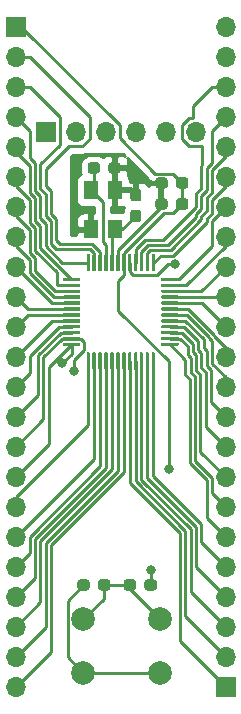
<source format=gbr>
%TF.GenerationSoftware,KiCad,Pcbnew,5.1.6-c6e7f7d~87~ubuntu18.04.1*%
%TF.CreationDate,2020-09-17T09:17:57+10:00*%
%TF.ProjectId,MSPY-FR2355,4d535059-2d46-4523-9233-35352e6b6963,rev?*%
%TF.SameCoordinates,Original*%
%TF.FileFunction,Copper,L1,Top*%
%TF.FilePolarity,Positive*%
%FSLAX46Y46*%
G04 Gerber Fmt 4.6, Leading zero omitted, Abs format (unit mm)*
G04 Created by KiCad (PCBNEW 5.1.6-c6e7f7d~87~ubuntu18.04.1) date 2020-09-17 09:17:57*
%MOMM*%
%LPD*%
G01*
G04 APERTURE LIST*
%TA.AperFunction,ComponentPad*%
%ADD10O,1.700000X1.700000*%
%TD*%
%TA.AperFunction,ComponentPad*%
%ADD11R,1.700000X1.700000*%
%TD*%
%TA.AperFunction,ComponentPad*%
%ADD12C,2.000000*%
%TD*%
%TA.AperFunction,SMDPad,CuDef*%
%ADD13R,1.300000X1.600000*%
%TD*%
%TA.AperFunction,ViaPad*%
%ADD14C,0.800000*%
%TD*%
%TA.AperFunction,Conductor*%
%ADD15C,0.250000*%
%TD*%
%TA.AperFunction,Conductor*%
%ADD16C,0.500000*%
%TD*%
%TA.AperFunction,Conductor*%
%ADD17C,0.254000*%
%TD*%
G04 APERTURE END LIST*
D10*
%TO.P,J2,23*%
%TO.N,GND*%
X149352000Y-69596000D03*
%TO.P,J2,22*%
%TO.N,~RST~*%
X149352000Y-72136000D03*
%TO.P,J2,21*%
%TO.N,P4*%
X149352000Y-74676000D03*
%TO.P,J2,20*%
%TO.N,P3*%
X149352000Y-77216000D03*
%TO.P,J2,19*%
%TO.N,P2*%
X149352000Y-79756000D03*
%TO.P,J2,18*%
%TO.N,P1*%
X149352000Y-82296000D03*
%TO.P,J2,17*%
%TO.N,P48*%
X149352000Y-84836000D03*
%TO.P,J2,16*%
%TO.N,P47*%
X149352000Y-87376000D03*
%TO.P,J2,15*%
%TO.N,P46*%
X149352000Y-89916000D03*
%TO.P,J2,14*%
%TO.N,P45*%
X149352000Y-92456000D03*
%TO.P,J2,13*%
%TO.N,P44*%
X149352000Y-94996000D03*
%TO.P,J2,12*%
%TO.N,P43*%
X149352000Y-97536000D03*
%TO.P,J2,11*%
%TO.N,P42*%
X149352000Y-100076000D03*
%TO.P,J2,10*%
%TO.N,P41*%
X149352000Y-102616000D03*
%TO.P,J2,9*%
%TO.N,P40*%
X149352000Y-105156000D03*
%TO.P,J2,8*%
%TO.N,P39*%
X149352000Y-107696000D03*
%TO.P,J2,7*%
%TO.N,P38*%
X149352000Y-110236000D03*
%TO.P,J2,6*%
%TO.N,P37*%
X149352000Y-112776000D03*
%TO.P,J2,5*%
%TO.N,P36*%
X149352000Y-115316000D03*
%TO.P,J2,4*%
%TO.N,P35*%
X149352000Y-117856000D03*
%TO.P,J2,3*%
%TO.N,P34*%
X149352000Y-120396000D03*
%TO.P,J2,2*%
%TO.N,P33*%
X149352000Y-122936000D03*
D11*
%TO.P,J2,1*%
%TO.N,P32*%
X149352000Y-125476000D03*
%TD*%
D10*
%TO.P,J1,23*%
%TO.N,P31*%
X131572000Y-125476000D03*
%TO.P,J1,22*%
%TO.N,P30*%
X131572000Y-122936000D03*
%TO.P,J1,21*%
%TO.N,P29*%
X131572000Y-120396000D03*
%TO.P,J1,20*%
%TO.N,P28*%
X131572000Y-117856000D03*
%TO.P,J1,19*%
%TO.N,P27*%
X131572000Y-115316000D03*
%TO.P,J1,18*%
%TO.N,P26*%
X131572000Y-112776000D03*
%TO.P,J1,17*%
%TO.N,P25*%
X131572000Y-110236000D03*
%TO.P,J1,16*%
%TO.N,P24*%
X131572000Y-107696000D03*
%TO.P,J1,15*%
%TO.N,P23*%
X131572000Y-105156000D03*
%TO.P,J1,14*%
%TO.N,P22*%
X131572000Y-102616000D03*
%TO.P,J1,13*%
%TO.N,P21*%
X131572000Y-100076000D03*
%TO.P,J1,12*%
%TO.N,P20*%
X131572000Y-97536000D03*
%TO.P,J1,11*%
%TO.N,P19*%
X131572000Y-94996000D03*
%TO.P,J1,10*%
%TO.N,P18*%
X131572000Y-92456000D03*
%TO.P,J1,9*%
%TO.N,P17*%
X131572000Y-89916000D03*
%TO.P,J1,8*%
%TO.N,P16*%
X131572000Y-87376000D03*
%TO.P,J1,7*%
%TO.N,P15*%
X131572000Y-84836000D03*
%TO.P,J1,6*%
%TO.N,P14*%
X131572000Y-82296000D03*
%TO.P,J1,5*%
%TO.N,P13*%
X131572000Y-79756000D03*
%TO.P,J1,4*%
%TO.N,P12*%
X131572000Y-77216000D03*
%TO.P,J1,3*%
%TO.N,P11*%
X131572000Y-74676000D03*
%TO.P,J1,2*%
%TO.N,P10*%
X131572000Y-72136000D03*
D11*
%TO.P,J1,1*%
%TO.N,+3V3*%
X131572000Y-69596000D03*
%TD*%
D12*
%TO.P,SW1,1*%
%TO.N,~RST~*%
X143787000Y-119761000D03*
%TO.P,SW1,2*%
%TO.N,GND*%
X143787000Y-124261000D03*
%TO.P,SW1,1*%
%TO.N,~RST~*%
X137287000Y-119761000D03*
%TO.P,SW1,2*%
%TO.N,GND*%
X137287000Y-124261000D03*
%TD*%
D13*
%TO.P,Y1,4*%
%TO.N,GND*%
X139938000Y-83440000D03*
%TO.P,Y1,3*%
%TO.N,XIN*%
X139938000Y-86740000D03*
%TO.P,Y1,2*%
%TO.N,GND*%
X137938000Y-86740000D03*
%TO.P,Y1,1*%
%TO.N,XOUT*%
X137938000Y-83440000D03*
%TD*%
%TO.P,U1,48*%
%TO.N,P48*%
%TA.AperFunction,SMDPad,CuDef*%
G36*
G01*
X143962000Y-90826000D02*
X145287000Y-90826000D01*
G75*
G02*
X145362000Y-90901000I0J-75000D01*
G01*
X145362000Y-91051000D01*
G75*
G02*
X145287000Y-91126000I-75000J0D01*
G01*
X143962000Y-91126000D01*
G75*
G02*
X143887000Y-91051000I0J75000D01*
G01*
X143887000Y-90901000D01*
G75*
G02*
X143962000Y-90826000I75000J0D01*
G01*
G37*
%TD.AperFunction*%
%TO.P,U1,47*%
%TO.N,P47*%
%TA.AperFunction,SMDPad,CuDef*%
G36*
G01*
X143962000Y-91326000D02*
X145287000Y-91326000D01*
G75*
G02*
X145362000Y-91401000I0J-75000D01*
G01*
X145362000Y-91551000D01*
G75*
G02*
X145287000Y-91626000I-75000J0D01*
G01*
X143962000Y-91626000D01*
G75*
G02*
X143887000Y-91551000I0J75000D01*
G01*
X143887000Y-91401000D01*
G75*
G02*
X143962000Y-91326000I75000J0D01*
G01*
G37*
%TD.AperFunction*%
%TO.P,U1,46*%
%TO.N,P46*%
%TA.AperFunction,SMDPad,CuDef*%
G36*
G01*
X143962000Y-91826000D02*
X145287000Y-91826000D01*
G75*
G02*
X145362000Y-91901000I0J-75000D01*
G01*
X145362000Y-92051000D01*
G75*
G02*
X145287000Y-92126000I-75000J0D01*
G01*
X143962000Y-92126000D01*
G75*
G02*
X143887000Y-92051000I0J75000D01*
G01*
X143887000Y-91901000D01*
G75*
G02*
X143962000Y-91826000I75000J0D01*
G01*
G37*
%TD.AperFunction*%
%TO.P,U1,45*%
%TO.N,P45*%
%TA.AperFunction,SMDPad,CuDef*%
G36*
G01*
X143962000Y-92326000D02*
X145287000Y-92326000D01*
G75*
G02*
X145362000Y-92401000I0J-75000D01*
G01*
X145362000Y-92551000D01*
G75*
G02*
X145287000Y-92626000I-75000J0D01*
G01*
X143962000Y-92626000D01*
G75*
G02*
X143887000Y-92551000I0J75000D01*
G01*
X143887000Y-92401000D01*
G75*
G02*
X143962000Y-92326000I75000J0D01*
G01*
G37*
%TD.AperFunction*%
%TO.P,U1,44*%
%TO.N,P44*%
%TA.AperFunction,SMDPad,CuDef*%
G36*
G01*
X143962000Y-92826000D02*
X145287000Y-92826000D01*
G75*
G02*
X145362000Y-92901000I0J-75000D01*
G01*
X145362000Y-93051000D01*
G75*
G02*
X145287000Y-93126000I-75000J0D01*
G01*
X143962000Y-93126000D01*
G75*
G02*
X143887000Y-93051000I0J75000D01*
G01*
X143887000Y-92901000D01*
G75*
G02*
X143962000Y-92826000I75000J0D01*
G01*
G37*
%TD.AperFunction*%
%TO.P,U1,43*%
%TO.N,P43*%
%TA.AperFunction,SMDPad,CuDef*%
G36*
G01*
X143962000Y-93326000D02*
X145287000Y-93326000D01*
G75*
G02*
X145362000Y-93401000I0J-75000D01*
G01*
X145362000Y-93551000D01*
G75*
G02*
X145287000Y-93626000I-75000J0D01*
G01*
X143962000Y-93626000D01*
G75*
G02*
X143887000Y-93551000I0J75000D01*
G01*
X143887000Y-93401000D01*
G75*
G02*
X143962000Y-93326000I75000J0D01*
G01*
G37*
%TD.AperFunction*%
%TO.P,U1,42*%
%TO.N,P42*%
%TA.AperFunction,SMDPad,CuDef*%
G36*
G01*
X143962000Y-93826000D02*
X145287000Y-93826000D01*
G75*
G02*
X145362000Y-93901000I0J-75000D01*
G01*
X145362000Y-94051000D01*
G75*
G02*
X145287000Y-94126000I-75000J0D01*
G01*
X143962000Y-94126000D01*
G75*
G02*
X143887000Y-94051000I0J75000D01*
G01*
X143887000Y-93901000D01*
G75*
G02*
X143962000Y-93826000I75000J0D01*
G01*
G37*
%TD.AperFunction*%
%TO.P,U1,41*%
%TO.N,P41*%
%TA.AperFunction,SMDPad,CuDef*%
G36*
G01*
X143962000Y-94326000D02*
X145287000Y-94326000D01*
G75*
G02*
X145362000Y-94401000I0J-75000D01*
G01*
X145362000Y-94551000D01*
G75*
G02*
X145287000Y-94626000I-75000J0D01*
G01*
X143962000Y-94626000D01*
G75*
G02*
X143887000Y-94551000I0J75000D01*
G01*
X143887000Y-94401000D01*
G75*
G02*
X143962000Y-94326000I75000J0D01*
G01*
G37*
%TD.AperFunction*%
%TO.P,U1,40*%
%TO.N,P40*%
%TA.AperFunction,SMDPad,CuDef*%
G36*
G01*
X143962000Y-94826000D02*
X145287000Y-94826000D01*
G75*
G02*
X145362000Y-94901000I0J-75000D01*
G01*
X145362000Y-95051000D01*
G75*
G02*
X145287000Y-95126000I-75000J0D01*
G01*
X143962000Y-95126000D01*
G75*
G02*
X143887000Y-95051000I0J75000D01*
G01*
X143887000Y-94901000D01*
G75*
G02*
X143962000Y-94826000I75000J0D01*
G01*
G37*
%TD.AperFunction*%
%TO.P,U1,39*%
%TO.N,P39*%
%TA.AperFunction,SMDPad,CuDef*%
G36*
G01*
X143962000Y-95326000D02*
X145287000Y-95326000D01*
G75*
G02*
X145362000Y-95401000I0J-75000D01*
G01*
X145362000Y-95551000D01*
G75*
G02*
X145287000Y-95626000I-75000J0D01*
G01*
X143962000Y-95626000D01*
G75*
G02*
X143887000Y-95551000I0J75000D01*
G01*
X143887000Y-95401000D01*
G75*
G02*
X143962000Y-95326000I75000J0D01*
G01*
G37*
%TD.AperFunction*%
%TO.P,U1,38*%
%TO.N,P38*%
%TA.AperFunction,SMDPad,CuDef*%
G36*
G01*
X143962000Y-95826000D02*
X145287000Y-95826000D01*
G75*
G02*
X145362000Y-95901000I0J-75000D01*
G01*
X145362000Y-96051000D01*
G75*
G02*
X145287000Y-96126000I-75000J0D01*
G01*
X143962000Y-96126000D01*
G75*
G02*
X143887000Y-96051000I0J75000D01*
G01*
X143887000Y-95901000D01*
G75*
G02*
X143962000Y-95826000I75000J0D01*
G01*
G37*
%TD.AperFunction*%
%TO.P,U1,37*%
%TO.N,P37*%
%TA.AperFunction,SMDPad,CuDef*%
G36*
G01*
X143962000Y-96326000D02*
X145287000Y-96326000D01*
G75*
G02*
X145362000Y-96401000I0J-75000D01*
G01*
X145362000Y-96551000D01*
G75*
G02*
X145287000Y-96626000I-75000J0D01*
G01*
X143962000Y-96626000D01*
G75*
G02*
X143887000Y-96551000I0J75000D01*
G01*
X143887000Y-96401000D01*
G75*
G02*
X143962000Y-96326000I75000J0D01*
G01*
G37*
%TD.AperFunction*%
%TO.P,U1,36*%
%TO.N,P36*%
%TA.AperFunction,SMDPad,CuDef*%
G36*
G01*
X143137000Y-97151000D02*
X143287000Y-97151000D01*
G75*
G02*
X143362000Y-97226000I0J-75000D01*
G01*
X143362000Y-98551000D01*
G75*
G02*
X143287000Y-98626000I-75000J0D01*
G01*
X143137000Y-98626000D01*
G75*
G02*
X143062000Y-98551000I0J75000D01*
G01*
X143062000Y-97226000D01*
G75*
G02*
X143137000Y-97151000I75000J0D01*
G01*
G37*
%TD.AperFunction*%
%TO.P,U1,35*%
%TO.N,P35*%
%TA.AperFunction,SMDPad,CuDef*%
G36*
G01*
X142637000Y-97151000D02*
X142787000Y-97151000D01*
G75*
G02*
X142862000Y-97226000I0J-75000D01*
G01*
X142862000Y-98551000D01*
G75*
G02*
X142787000Y-98626000I-75000J0D01*
G01*
X142637000Y-98626000D01*
G75*
G02*
X142562000Y-98551000I0J75000D01*
G01*
X142562000Y-97226000D01*
G75*
G02*
X142637000Y-97151000I75000J0D01*
G01*
G37*
%TD.AperFunction*%
%TO.P,U1,34*%
%TO.N,P34*%
%TA.AperFunction,SMDPad,CuDef*%
G36*
G01*
X142137000Y-97151000D02*
X142287000Y-97151000D01*
G75*
G02*
X142362000Y-97226000I0J-75000D01*
G01*
X142362000Y-98551000D01*
G75*
G02*
X142287000Y-98626000I-75000J0D01*
G01*
X142137000Y-98626000D01*
G75*
G02*
X142062000Y-98551000I0J75000D01*
G01*
X142062000Y-97226000D01*
G75*
G02*
X142137000Y-97151000I75000J0D01*
G01*
G37*
%TD.AperFunction*%
%TO.P,U1,33*%
%TO.N,P33*%
%TA.AperFunction,SMDPad,CuDef*%
G36*
G01*
X141637000Y-97151000D02*
X141787000Y-97151000D01*
G75*
G02*
X141862000Y-97226000I0J-75000D01*
G01*
X141862000Y-98551000D01*
G75*
G02*
X141787000Y-98626000I-75000J0D01*
G01*
X141637000Y-98626000D01*
G75*
G02*
X141562000Y-98551000I0J75000D01*
G01*
X141562000Y-97226000D01*
G75*
G02*
X141637000Y-97151000I75000J0D01*
G01*
G37*
%TD.AperFunction*%
%TO.P,U1,32*%
%TO.N,P32*%
%TA.AperFunction,SMDPad,CuDef*%
G36*
G01*
X141137000Y-97151000D02*
X141287000Y-97151000D01*
G75*
G02*
X141362000Y-97226000I0J-75000D01*
G01*
X141362000Y-98551000D01*
G75*
G02*
X141287000Y-98626000I-75000J0D01*
G01*
X141137000Y-98626000D01*
G75*
G02*
X141062000Y-98551000I0J75000D01*
G01*
X141062000Y-97226000D01*
G75*
G02*
X141137000Y-97151000I75000J0D01*
G01*
G37*
%TD.AperFunction*%
%TO.P,U1,31*%
%TO.N,P31*%
%TA.AperFunction,SMDPad,CuDef*%
G36*
G01*
X140637000Y-97151000D02*
X140787000Y-97151000D01*
G75*
G02*
X140862000Y-97226000I0J-75000D01*
G01*
X140862000Y-98551000D01*
G75*
G02*
X140787000Y-98626000I-75000J0D01*
G01*
X140637000Y-98626000D01*
G75*
G02*
X140562000Y-98551000I0J75000D01*
G01*
X140562000Y-97226000D01*
G75*
G02*
X140637000Y-97151000I75000J0D01*
G01*
G37*
%TD.AperFunction*%
%TO.P,U1,30*%
%TO.N,P30*%
%TA.AperFunction,SMDPad,CuDef*%
G36*
G01*
X140137000Y-97151000D02*
X140287000Y-97151000D01*
G75*
G02*
X140362000Y-97226000I0J-75000D01*
G01*
X140362000Y-98551000D01*
G75*
G02*
X140287000Y-98626000I-75000J0D01*
G01*
X140137000Y-98626000D01*
G75*
G02*
X140062000Y-98551000I0J75000D01*
G01*
X140062000Y-97226000D01*
G75*
G02*
X140137000Y-97151000I75000J0D01*
G01*
G37*
%TD.AperFunction*%
%TO.P,U1,29*%
%TO.N,P29*%
%TA.AperFunction,SMDPad,CuDef*%
G36*
G01*
X139637000Y-97151000D02*
X139787000Y-97151000D01*
G75*
G02*
X139862000Y-97226000I0J-75000D01*
G01*
X139862000Y-98551000D01*
G75*
G02*
X139787000Y-98626000I-75000J0D01*
G01*
X139637000Y-98626000D01*
G75*
G02*
X139562000Y-98551000I0J75000D01*
G01*
X139562000Y-97226000D01*
G75*
G02*
X139637000Y-97151000I75000J0D01*
G01*
G37*
%TD.AperFunction*%
%TO.P,U1,28*%
%TO.N,P28*%
%TA.AperFunction,SMDPad,CuDef*%
G36*
G01*
X139137000Y-97151000D02*
X139287000Y-97151000D01*
G75*
G02*
X139362000Y-97226000I0J-75000D01*
G01*
X139362000Y-98551000D01*
G75*
G02*
X139287000Y-98626000I-75000J0D01*
G01*
X139137000Y-98626000D01*
G75*
G02*
X139062000Y-98551000I0J75000D01*
G01*
X139062000Y-97226000D01*
G75*
G02*
X139137000Y-97151000I75000J0D01*
G01*
G37*
%TD.AperFunction*%
%TO.P,U1,27*%
%TO.N,P27*%
%TA.AperFunction,SMDPad,CuDef*%
G36*
G01*
X138637000Y-97151000D02*
X138787000Y-97151000D01*
G75*
G02*
X138862000Y-97226000I0J-75000D01*
G01*
X138862000Y-98551000D01*
G75*
G02*
X138787000Y-98626000I-75000J0D01*
G01*
X138637000Y-98626000D01*
G75*
G02*
X138562000Y-98551000I0J75000D01*
G01*
X138562000Y-97226000D01*
G75*
G02*
X138637000Y-97151000I75000J0D01*
G01*
G37*
%TD.AperFunction*%
%TO.P,U1,26*%
%TO.N,P26*%
%TA.AperFunction,SMDPad,CuDef*%
G36*
G01*
X138137000Y-97151000D02*
X138287000Y-97151000D01*
G75*
G02*
X138362000Y-97226000I0J-75000D01*
G01*
X138362000Y-98551000D01*
G75*
G02*
X138287000Y-98626000I-75000J0D01*
G01*
X138137000Y-98626000D01*
G75*
G02*
X138062000Y-98551000I0J75000D01*
G01*
X138062000Y-97226000D01*
G75*
G02*
X138137000Y-97151000I75000J0D01*
G01*
G37*
%TD.AperFunction*%
%TO.P,U1,25*%
%TO.N,P25*%
%TA.AperFunction,SMDPad,CuDef*%
G36*
G01*
X137637000Y-97151000D02*
X137787000Y-97151000D01*
G75*
G02*
X137862000Y-97226000I0J-75000D01*
G01*
X137862000Y-98551000D01*
G75*
G02*
X137787000Y-98626000I-75000J0D01*
G01*
X137637000Y-98626000D01*
G75*
G02*
X137562000Y-98551000I0J75000D01*
G01*
X137562000Y-97226000D01*
G75*
G02*
X137637000Y-97151000I75000J0D01*
G01*
G37*
%TD.AperFunction*%
%TO.P,U1,24*%
%TO.N,P24*%
%TA.AperFunction,SMDPad,CuDef*%
G36*
G01*
X135637000Y-96326000D02*
X136962000Y-96326000D01*
G75*
G02*
X137037000Y-96401000I0J-75000D01*
G01*
X137037000Y-96551000D01*
G75*
G02*
X136962000Y-96626000I-75000J0D01*
G01*
X135637000Y-96626000D01*
G75*
G02*
X135562000Y-96551000I0J75000D01*
G01*
X135562000Y-96401000D01*
G75*
G02*
X135637000Y-96326000I75000J0D01*
G01*
G37*
%TD.AperFunction*%
%TO.P,U1,23*%
%TO.N,P23*%
%TA.AperFunction,SMDPad,CuDef*%
G36*
G01*
X135637000Y-95826000D02*
X136962000Y-95826000D01*
G75*
G02*
X137037000Y-95901000I0J-75000D01*
G01*
X137037000Y-96051000D01*
G75*
G02*
X136962000Y-96126000I-75000J0D01*
G01*
X135637000Y-96126000D01*
G75*
G02*
X135562000Y-96051000I0J75000D01*
G01*
X135562000Y-95901000D01*
G75*
G02*
X135637000Y-95826000I75000J0D01*
G01*
G37*
%TD.AperFunction*%
%TO.P,U1,22*%
%TO.N,P22*%
%TA.AperFunction,SMDPad,CuDef*%
G36*
G01*
X135637000Y-95326000D02*
X136962000Y-95326000D01*
G75*
G02*
X137037000Y-95401000I0J-75000D01*
G01*
X137037000Y-95551000D01*
G75*
G02*
X136962000Y-95626000I-75000J0D01*
G01*
X135637000Y-95626000D01*
G75*
G02*
X135562000Y-95551000I0J75000D01*
G01*
X135562000Y-95401000D01*
G75*
G02*
X135637000Y-95326000I75000J0D01*
G01*
G37*
%TD.AperFunction*%
%TO.P,U1,21*%
%TO.N,P21*%
%TA.AperFunction,SMDPad,CuDef*%
G36*
G01*
X135637000Y-94826000D02*
X136962000Y-94826000D01*
G75*
G02*
X137037000Y-94901000I0J-75000D01*
G01*
X137037000Y-95051000D01*
G75*
G02*
X136962000Y-95126000I-75000J0D01*
G01*
X135637000Y-95126000D01*
G75*
G02*
X135562000Y-95051000I0J75000D01*
G01*
X135562000Y-94901000D01*
G75*
G02*
X135637000Y-94826000I75000J0D01*
G01*
G37*
%TD.AperFunction*%
%TO.P,U1,20*%
%TO.N,P20*%
%TA.AperFunction,SMDPad,CuDef*%
G36*
G01*
X135637000Y-94326000D02*
X136962000Y-94326000D01*
G75*
G02*
X137037000Y-94401000I0J-75000D01*
G01*
X137037000Y-94551000D01*
G75*
G02*
X136962000Y-94626000I-75000J0D01*
G01*
X135637000Y-94626000D01*
G75*
G02*
X135562000Y-94551000I0J75000D01*
G01*
X135562000Y-94401000D01*
G75*
G02*
X135637000Y-94326000I75000J0D01*
G01*
G37*
%TD.AperFunction*%
%TO.P,U1,19*%
%TO.N,P19*%
%TA.AperFunction,SMDPad,CuDef*%
G36*
G01*
X135637000Y-93826000D02*
X136962000Y-93826000D01*
G75*
G02*
X137037000Y-93901000I0J-75000D01*
G01*
X137037000Y-94051000D01*
G75*
G02*
X136962000Y-94126000I-75000J0D01*
G01*
X135637000Y-94126000D01*
G75*
G02*
X135562000Y-94051000I0J75000D01*
G01*
X135562000Y-93901000D01*
G75*
G02*
X135637000Y-93826000I75000J0D01*
G01*
G37*
%TD.AperFunction*%
%TO.P,U1,18*%
%TO.N,P18*%
%TA.AperFunction,SMDPad,CuDef*%
G36*
G01*
X135637000Y-93326000D02*
X136962000Y-93326000D01*
G75*
G02*
X137037000Y-93401000I0J-75000D01*
G01*
X137037000Y-93551000D01*
G75*
G02*
X136962000Y-93626000I-75000J0D01*
G01*
X135637000Y-93626000D01*
G75*
G02*
X135562000Y-93551000I0J75000D01*
G01*
X135562000Y-93401000D01*
G75*
G02*
X135637000Y-93326000I75000J0D01*
G01*
G37*
%TD.AperFunction*%
%TO.P,U1,17*%
%TO.N,P17*%
%TA.AperFunction,SMDPad,CuDef*%
G36*
G01*
X135637000Y-92826000D02*
X136962000Y-92826000D01*
G75*
G02*
X137037000Y-92901000I0J-75000D01*
G01*
X137037000Y-93051000D01*
G75*
G02*
X136962000Y-93126000I-75000J0D01*
G01*
X135637000Y-93126000D01*
G75*
G02*
X135562000Y-93051000I0J75000D01*
G01*
X135562000Y-92901000D01*
G75*
G02*
X135637000Y-92826000I75000J0D01*
G01*
G37*
%TD.AperFunction*%
%TO.P,U1,16*%
%TO.N,P16*%
%TA.AperFunction,SMDPad,CuDef*%
G36*
G01*
X135637000Y-92326000D02*
X136962000Y-92326000D01*
G75*
G02*
X137037000Y-92401000I0J-75000D01*
G01*
X137037000Y-92551000D01*
G75*
G02*
X136962000Y-92626000I-75000J0D01*
G01*
X135637000Y-92626000D01*
G75*
G02*
X135562000Y-92551000I0J75000D01*
G01*
X135562000Y-92401000D01*
G75*
G02*
X135637000Y-92326000I75000J0D01*
G01*
G37*
%TD.AperFunction*%
%TO.P,U1,15*%
%TO.N,P15*%
%TA.AperFunction,SMDPad,CuDef*%
G36*
G01*
X135637000Y-91826000D02*
X136962000Y-91826000D01*
G75*
G02*
X137037000Y-91901000I0J-75000D01*
G01*
X137037000Y-92051000D01*
G75*
G02*
X136962000Y-92126000I-75000J0D01*
G01*
X135637000Y-92126000D01*
G75*
G02*
X135562000Y-92051000I0J75000D01*
G01*
X135562000Y-91901000D01*
G75*
G02*
X135637000Y-91826000I75000J0D01*
G01*
G37*
%TD.AperFunction*%
%TO.P,U1,14*%
%TO.N,P14*%
%TA.AperFunction,SMDPad,CuDef*%
G36*
G01*
X135637000Y-91326000D02*
X136962000Y-91326000D01*
G75*
G02*
X137037000Y-91401000I0J-75000D01*
G01*
X137037000Y-91551000D01*
G75*
G02*
X136962000Y-91626000I-75000J0D01*
G01*
X135637000Y-91626000D01*
G75*
G02*
X135562000Y-91551000I0J75000D01*
G01*
X135562000Y-91401000D01*
G75*
G02*
X135637000Y-91326000I75000J0D01*
G01*
G37*
%TD.AperFunction*%
%TO.P,U1,13*%
%TO.N,P13*%
%TA.AperFunction,SMDPad,CuDef*%
G36*
G01*
X135637000Y-90826000D02*
X136962000Y-90826000D01*
G75*
G02*
X137037000Y-90901000I0J-75000D01*
G01*
X137037000Y-91051000D01*
G75*
G02*
X136962000Y-91126000I-75000J0D01*
G01*
X135637000Y-91126000D01*
G75*
G02*
X135562000Y-91051000I0J75000D01*
G01*
X135562000Y-90901000D01*
G75*
G02*
X135637000Y-90826000I75000J0D01*
G01*
G37*
%TD.AperFunction*%
%TO.P,U1,12*%
%TO.N,P12*%
%TA.AperFunction,SMDPad,CuDef*%
G36*
G01*
X137637000Y-88826000D02*
X137787000Y-88826000D01*
G75*
G02*
X137862000Y-88901000I0J-75000D01*
G01*
X137862000Y-90226000D01*
G75*
G02*
X137787000Y-90301000I-75000J0D01*
G01*
X137637000Y-90301000D01*
G75*
G02*
X137562000Y-90226000I0J75000D01*
G01*
X137562000Y-88901000D01*
G75*
G02*
X137637000Y-88826000I75000J0D01*
G01*
G37*
%TD.AperFunction*%
%TO.P,U1,11*%
%TO.N,P11*%
%TA.AperFunction,SMDPad,CuDef*%
G36*
G01*
X138137000Y-88826000D02*
X138287000Y-88826000D01*
G75*
G02*
X138362000Y-88901000I0J-75000D01*
G01*
X138362000Y-90226000D01*
G75*
G02*
X138287000Y-90301000I-75000J0D01*
G01*
X138137000Y-90301000D01*
G75*
G02*
X138062000Y-90226000I0J75000D01*
G01*
X138062000Y-88901000D01*
G75*
G02*
X138137000Y-88826000I75000J0D01*
G01*
G37*
%TD.AperFunction*%
%TO.P,U1,10*%
%TO.N,P10*%
%TA.AperFunction,SMDPad,CuDef*%
G36*
G01*
X138637000Y-88826000D02*
X138787000Y-88826000D01*
G75*
G02*
X138862000Y-88901000I0J-75000D01*
G01*
X138862000Y-90226000D01*
G75*
G02*
X138787000Y-90301000I-75000J0D01*
G01*
X138637000Y-90301000D01*
G75*
G02*
X138562000Y-90226000I0J75000D01*
G01*
X138562000Y-88901000D01*
G75*
G02*
X138637000Y-88826000I75000J0D01*
G01*
G37*
%TD.AperFunction*%
%TO.P,U1,9*%
%TO.N,XOUT*%
%TA.AperFunction,SMDPad,CuDef*%
G36*
G01*
X139137000Y-88826000D02*
X139287000Y-88826000D01*
G75*
G02*
X139362000Y-88901000I0J-75000D01*
G01*
X139362000Y-90226000D01*
G75*
G02*
X139287000Y-90301000I-75000J0D01*
G01*
X139137000Y-90301000D01*
G75*
G02*
X139062000Y-90226000I0J75000D01*
G01*
X139062000Y-88901000D01*
G75*
G02*
X139137000Y-88826000I75000J0D01*
G01*
G37*
%TD.AperFunction*%
%TO.P,U1,8*%
%TO.N,XIN*%
%TA.AperFunction,SMDPad,CuDef*%
G36*
G01*
X139637000Y-88826000D02*
X139787000Y-88826000D01*
G75*
G02*
X139862000Y-88901000I0J-75000D01*
G01*
X139862000Y-90226000D01*
G75*
G02*
X139787000Y-90301000I-75000J0D01*
G01*
X139637000Y-90301000D01*
G75*
G02*
X139562000Y-90226000I0J75000D01*
G01*
X139562000Y-88901000D01*
G75*
G02*
X139637000Y-88826000I75000J0D01*
G01*
G37*
%TD.AperFunction*%
%TO.P,U1,7*%
%TO.N,GND*%
%TA.AperFunction,SMDPad,CuDef*%
G36*
G01*
X140137000Y-88826000D02*
X140287000Y-88826000D01*
G75*
G02*
X140362000Y-88901000I0J-75000D01*
G01*
X140362000Y-90226000D01*
G75*
G02*
X140287000Y-90301000I-75000J0D01*
G01*
X140137000Y-90301000D01*
G75*
G02*
X140062000Y-90226000I0J75000D01*
G01*
X140062000Y-88901000D01*
G75*
G02*
X140137000Y-88826000I75000J0D01*
G01*
G37*
%TD.AperFunction*%
%TO.P,U1,6*%
%TO.N,+3V3*%
%TA.AperFunction,SMDPad,CuDef*%
G36*
G01*
X140637000Y-88826000D02*
X140787000Y-88826000D01*
G75*
G02*
X140862000Y-88901000I0J-75000D01*
G01*
X140862000Y-90226000D01*
G75*
G02*
X140787000Y-90301000I-75000J0D01*
G01*
X140637000Y-90301000D01*
G75*
G02*
X140562000Y-90226000I0J75000D01*
G01*
X140562000Y-88901000D01*
G75*
G02*
X140637000Y-88826000I75000J0D01*
G01*
G37*
%TD.AperFunction*%
%TO.P,U1,5*%
%TO.N,~RST~*%
%TA.AperFunction,SMDPad,CuDef*%
G36*
G01*
X141137000Y-88826000D02*
X141287000Y-88826000D01*
G75*
G02*
X141362000Y-88901000I0J-75000D01*
G01*
X141362000Y-90226000D01*
G75*
G02*
X141287000Y-90301000I-75000J0D01*
G01*
X141137000Y-90301000D01*
G75*
G02*
X141062000Y-90226000I0J75000D01*
G01*
X141062000Y-88901000D01*
G75*
G02*
X141137000Y-88826000I75000J0D01*
G01*
G37*
%TD.AperFunction*%
%TO.P,U1,4*%
%TO.N,P4*%
%TA.AperFunction,SMDPad,CuDef*%
G36*
G01*
X141637000Y-88826000D02*
X141787000Y-88826000D01*
G75*
G02*
X141862000Y-88901000I0J-75000D01*
G01*
X141862000Y-90226000D01*
G75*
G02*
X141787000Y-90301000I-75000J0D01*
G01*
X141637000Y-90301000D01*
G75*
G02*
X141562000Y-90226000I0J75000D01*
G01*
X141562000Y-88901000D01*
G75*
G02*
X141637000Y-88826000I75000J0D01*
G01*
G37*
%TD.AperFunction*%
%TO.P,U1,3*%
%TO.N,P3*%
%TA.AperFunction,SMDPad,CuDef*%
G36*
G01*
X142137000Y-88826000D02*
X142287000Y-88826000D01*
G75*
G02*
X142362000Y-88901000I0J-75000D01*
G01*
X142362000Y-90226000D01*
G75*
G02*
X142287000Y-90301000I-75000J0D01*
G01*
X142137000Y-90301000D01*
G75*
G02*
X142062000Y-90226000I0J75000D01*
G01*
X142062000Y-88901000D01*
G75*
G02*
X142137000Y-88826000I75000J0D01*
G01*
G37*
%TD.AperFunction*%
%TO.P,U1,2*%
%TO.N,P2*%
%TA.AperFunction,SMDPad,CuDef*%
G36*
G01*
X142637000Y-88826000D02*
X142787000Y-88826000D01*
G75*
G02*
X142862000Y-88901000I0J-75000D01*
G01*
X142862000Y-90226000D01*
G75*
G02*
X142787000Y-90301000I-75000J0D01*
G01*
X142637000Y-90301000D01*
G75*
G02*
X142562000Y-90226000I0J75000D01*
G01*
X142562000Y-88901000D01*
G75*
G02*
X142637000Y-88826000I75000J0D01*
G01*
G37*
%TD.AperFunction*%
%TO.P,U1,1*%
%TO.N,P1*%
%TA.AperFunction,SMDPad,CuDef*%
G36*
G01*
X143137000Y-88826000D02*
X143287000Y-88826000D01*
G75*
G02*
X143362000Y-88901000I0J-75000D01*
G01*
X143362000Y-90226000D01*
G75*
G02*
X143287000Y-90301000I-75000J0D01*
G01*
X143137000Y-90301000D01*
G75*
G02*
X143062000Y-90226000I0J75000D01*
G01*
X143062000Y-88901000D01*
G75*
G02*
X143137000Y-88826000I75000J0D01*
G01*
G37*
%TD.AperFunction*%
%TD*%
%TO.P,C4,2*%
%TO.N,GND*%
%TA.AperFunction,SMDPad,CuDef*%
G36*
G01*
X139401000Y-81771500D02*
X139401000Y-81296500D01*
G75*
G02*
X139638500Y-81059000I237500J0D01*
G01*
X140213500Y-81059000D01*
G75*
G02*
X140451000Y-81296500I0J-237500D01*
G01*
X140451000Y-81771500D01*
G75*
G02*
X140213500Y-82009000I-237500J0D01*
G01*
X139638500Y-82009000D01*
G75*
G02*
X139401000Y-81771500I0J237500D01*
G01*
G37*
%TD.AperFunction*%
%TO.P,C4,1*%
%TO.N,XOUT*%
%TA.AperFunction,SMDPad,CuDef*%
G36*
G01*
X137651000Y-81771500D02*
X137651000Y-81296500D01*
G75*
G02*
X137888500Y-81059000I237500J0D01*
G01*
X138463500Y-81059000D01*
G75*
G02*
X138701000Y-81296500I0J-237500D01*
G01*
X138701000Y-81771500D01*
G75*
G02*
X138463500Y-82009000I-237500J0D01*
G01*
X137888500Y-82009000D01*
G75*
G02*
X137651000Y-81771500I0J237500D01*
G01*
G37*
%TD.AperFunction*%
%TD*%
%TO.P,R1,2*%
%TO.N,~RST~*%
%TA.AperFunction,SMDPad,CuDef*%
G36*
G01*
X141763000Y-116602500D02*
X141763000Y-117077500D01*
G75*
G02*
X141525500Y-117315000I-237500J0D01*
G01*
X140950500Y-117315000D01*
G75*
G02*
X140713000Y-117077500I0J237500D01*
G01*
X140713000Y-116602500D01*
G75*
G02*
X140950500Y-116365000I237500J0D01*
G01*
X141525500Y-116365000D01*
G75*
G02*
X141763000Y-116602500I0J-237500D01*
G01*
G37*
%TD.AperFunction*%
%TO.P,R1,1*%
%TO.N,+3V3*%
%TA.AperFunction,SMDPad,CuDef*%
G36*
G01*
X143513000Y-116602500D02*
X143513000Y-117077500D01*
G75*
G02*
X143275500Y-117315000I-237500J0D01*
G01*
X142700500Y-117315000D01*
G75*
G02*
X142463000Y-117077500I0J237500D01*
G01*
X142463000Y-116602500D01*
G75*
G02*
X142700500Y-116365000I237500J0D01*
G01*
X143275500Y-116365000D01*
G75*
G02*
X143513000Y-116602500I0J-237500D01*
G01*
G37*
%TD.AperFunction*%
%TD*%
D10*
%TO.P,J3,6*%
%TO.N,Net-(J3-Pad6)*%
X146812000Y-78486000D03*
%TO.P,J3,5*%
%TO.N,P23*%
X144272000Y-78486000D03*
%TO.P,J3,4*%
%TO.N,P24*%
X141732000Y-78486000D03*
%TO.P,J3,3*%
%TO.N,Net-(J3-Pad3)*%
X139192000Y-78486000D03*
%TO.P,J3,2*%
%TO.N,Net-(J3-Pad2)*%
X136652000Y-78486000D03*
D11*
%TO.P,J3,1*%
%TO.N,GND*%
X134112000Y-78486000D03*
%TD*%
%TO.P,C5,2*%
%TO.N,GND*%
%TA.AperFunction,SMDPad,CuDef*%
G36*
G01*
X141969500Y-84373000D02*
X141494500Y-84373000D01*
G75*
G02*
X141257000Y-84135500I0J237500D01*
G01*
X141257000Y-83560500D01*
G75*
G02*
X141494500Y-83323000I237500J0D01*
G01*
X141969500Y-83323000D01*
G75*
G02*
X142207000Y-83560500I0J-237500D01*
G01*
X142207000Y-84135500D01*
G75*
G02*
X141969500Y-84373000I-237500J0D01*
G01*
G37*
%TD.AperFunction*%
%TO.P,C5,1*%
%TO.N,XIN*%
%TA.AperFunction,SMDPad,CuDef*%
G36*
G01*
X141969500Y-86123000D02*
X141494500Y-86123000D01*
G75*
G02*
X141257000Y-85885500I0J237500D01*
G01*
X141257000Y-85310500D01*
G75*
G02*
X141494500Y-85073000I237500J0D01*
G01*
X141969500Y-85073000D01*
G75*
G02*
X142207000Y-85310500I0J-237500D01*
G01*
X142207000Y-85885500D01*
G75*
G02*
X141969500Y-86123000I-237500J0D01*
G01*
G37*
%TD.AperFunction*%
%TD*%
%TO.P,C3,2*%
%TO.N,GND*%
%TA.AperFunction,SMDPad,CuDef*%
G36*
G01*
X144430000Y-82566500D02*
X144430000Y-83041500D01*
G75*
G02*
X144192500Y-83279000I-237500J0D01*
G01*
X143617500Y-83279000D01*
G75*
G02*
X143380000Y-83041500I0J237500D01*
G01*
X143380000Y-82566500D01*
G75*
G02*
X143617500Y-82329000I237500J0D01*
G01*
X144192500Y-82329000D01*
G75*
G02*
X144430000Y-82566500I0J-237500D01*
G01*
G37*
%TD.AperFunction*%
%TO.P,C3,1*%
%TO.N,+3V3*%
%TA.AperFunction,SMDPad,CuDef*%
G36*
G01*
X146180000Y-82566500D02*
X146180000Y-83041500D01*
G75*
G02*
X145942500Y-83279000I-237500J0D01*
G01*
X145367500Y-83279000D01*
G75*
G02*
X145130000Y-83041500I0J237500D01*
G01*
X145130000Y-82566500D01*
G75*
G02*
X145367500Y-82329000I237500J0D01*
G01*
X145942500Y-82329000D01*
G75*
G02*
X146180000Y-82566500I0J-237500D01*
G01*
G37*
%TD.AperFunction*%
%TD*%
%TO.P,C2,2*%
%TO.N,GND*%
%TA.AperFunction,SMDPad,CuDef*%
G36*
G01*
X137826000Y-116602500D02*
X137826000Y-117077500D01*
G75*
G02*
X137588500Y-117315000I-237500J0D01*
G01*
X137013500Y-117315000D01*
G75*
G02*
X136776000Y-117077500I0J237500D01*
G01*
X136776000Y-116602500D01*
G75*
G02*
X137013500Y-116365000I237500J0D01*
G01*
X137588500Y-116365000D01*
G75*
G02*
X137826000Y-116602500I0J-237500D01*
G01*
G37*
%TD.AperFunction*%
%TO.P,C2,1*%
%TO.N,~RST~*%
%TA.AperFunction,SMDPad,CuDef*%
G36*
G01*
X139576000Y-116602500D02*
X139576000Y-117077500D01*
G75*
G02*
X139338500Y-117315000I-237500J0D01*
G01*
X138763500Y-117315000D01*
G75*
G02*
X138526000Y-117077500I0J237500D01*
G01*
X138526000Y-116602500D01*
G75*
G02*
X138763500Y-116365000I237500J0D01*
G01*
X139338500Y-116365000D01*
G75*
G02*
X139576000Y-116602500I0J-237500D01*
G01*
G37*
%TD.AperFunction*%
%TD*%
%TO.P,C1,2*%
%TO.N,GND*%
%TA.AperFunction,SMDPad,CuDef*%
G36*
G01*
X144430000Y-84344500D02*
X144430000Y-84819500D01*
G75*
G02*
X144192500Y-85057000I-237500J0D01*
G01*
X143617500Y-85057000D01*
G75*
G02*
X143380000Y-84819500I0J237500D01*
G01*
X143380000Y-84344500D01*
G75*
G02*
X143617500Y-84107000I237500J0D01*
G01*
X144192500Y-84107000D01*
G75*
G02*
X144430000Y-84344500I0J-237500D01*
G01*
G37*
%TD.AperFunction*%
%TO.P,C1,1*%
%TO.N,+3V3*%
%TA.AperFunction,SMDPad,CuDef*%
G36*
G01*
X146180000Y-84344500D02*
X146180000Y-84819500D01*
G75*
G02*
X145942500Y-85057000I-237500J0D01*
G01*
X145367500Y-85057000D01*
G75*
G02*
X145130000Y-84819500I0J237500D01*
G01*
X145130000Y-84344500D01*
G75*
G02*
X145367500Y-84107000I237500J0D01*
G01*
X145942500Y-84107000D01*
G75*
G02*
X146180000Y-84344500I0J-237500D01*
G01*
G37*
%TD.AperFunction*%
%TD*%
D14*
%TO.N,GND*%
X141732000Y-82296000D03*
%TO.N,+3V3*%
X144526000Y-107061000D03*
X143002000Y-115570000D03*
X143002000Y-115570000D03*
%TO.N,~RST~*%
X145034012Y-89662000D03*
%TO.N,P24*%
X135509000Y-98044000D03*
%TO.N,P23*%
X136501032Y-98731551D03*
%TD*%
D15*
%TO.N,GND*%
X135961999Y-118179001D02*
X137301000Y-116840000D01*
X135961999Y-122935999D02*
X135961999Y-118179001D01*
X137287000Y-124261000D02*
X135961999Y-122935999D01*
X137287000Y-124261000D02*
X143787000Y-124261000D01*
X144272000Y-83086000D02*
X144244000Y-83058000D01*
X144244000Y-83058000D02*
X144244000Y-82903000D01*
X140212000Y-89563500D02*
X140212000Y-88513589D01*
X143905000Y-84820589D02*
X143905000Y-84582000D01*
X140212000Y-88513589D02*
X143905000Y-84820589D01*
D16*
X141324000Y-83440000D02*
X141732000Y-83848000D01*
X139938000Y-83440000D02*
X141324000Y-83440000D01*
X143905000Y-82804000D02*
X143905000Y-84582000D01*
D15*
%TO.N,+3V3*%
X132041002Y-69596000D02*
X131572000Y-69596000D01*
X143002000Y-116826000D02*
X142988000Y-116840000D01*
X143002000Y-115570000D02*
X143002000Y-116826000D01*
X140244998Y-93618296D02*
X144526000Y-97899298D01*
X144526000Y-97899298D02*
X144526000Y-107061000D01*
X140712000Y-90624996D02*
X140244998Y-91091998D01*
X140712000Y-89563500D02*
X140712000Y-90624996D01*
X140244998Y-91091998D02*
X140244998Y-93618296D01*
X140367001Y-79026001D02*
X140367001Y-77921999D01*
X140367001Y-77921999D02*
X132041002Y-69596000D01*
X144854990Y-85382010D02*
X145655000Y-84582000D01*
X140712000Y-88760298D02*
X144090288Y-85382010D01*
X144090288Y-85382010D02*
X144854990Y-85382010D01*
X140712000Y-89563500D02*
X140712000Y-88760298D01*
X145655000Y-84582000D02*
X145655000Y-82804000D01*
X143344990Y-82003990D02*
X140367001Y-79026001D01*
X144854990Y-82003990D02*
X143344990Y-82003990D01*
X145655000Y-82804000D02*
X144854990Y-82003990D01*
%TO.N,~RST~*%
X139051000Y-117997000D02*
X139051000Y-116840000D01*
X137287000Y-119761000D02*
X139051000Y-117997000D01*
X141238000Y-117212000D02*
X143787000Y-119761000D01*
X141238000Y-116840000D02*
X141238000Y-117212000D01*
X141238000Y-116840000D02*
X139051000Y-116840000D01*
X143504317Y-90626010D02*
X144468327Y-89662000D01*
X141212000Y-89563500D02*
X141212000Y-90366702D01*
X144468327Y-89662000D02*
X145034012Y-89662000D01*
X141471308Y-90626010D02*
X143504317Y-90626010D01*
X141212000Y-90366702D02*
X141471308Y-90626010D01*
%TO.N,XOUT*%
X139212000Y-88099000D02*
X139212000Y-89563500D01*
X138913001Y-87800001D02*
X139212000Y-88099000D01*
X138913001Y-84415001D02*
X138913001Y-87800001D01*
X137938000Y-83440000D02*
X138913001Y-84415001D01*
X138176000Y-83202000D02*
X137938000Y-83440000D01*
X138176000Y-81534000D02*
X138176000Y-83202000D01*
%TO.N,XIN*%
X139736990Y-89538510D02*
X139712000Y-89563500D01*
X139712000Y-86966000D02*
X139712000Y-89563500D01*
X139938000Y-86740000D02*
X139712000Y-86966000D01*
X140590000Y-86740000D02*
X141732000Y-85598000D01*
X139938000Y-86740000D02*
X140590000Y-86740000D01*
%TO.N,P31*%
X140712000Y-97888500D02*
X140712000Y-107319000D01*
X134547045Y-113484078D02*
X134547045Y-122500955D01*
X140712000Y-107319000D02*
X134547045Y-113484078D01*
X134547045Y-122500955D02*
X131572000Y-125476000D01*
%TO.N,P30*%
X134097034Y-120410966D02*
X131572000Y-122936000D01*
X134097034Y-113297556D02*
X134097034Y-120410966D01*
X140212000Y-107182590D02*
X134097034Y-113297556D01*
X140212000Y-97888500D02*
X140212000Y-107182590D01*
%TO.N,P29*%
X133647023Y-118320977D02*
X131572000Y-120396000D01*
X133647023Y-113111157D02*
X133647023Y-118320977D01*
X139712000Y-97888500D02*
X139712000Y-107046180D01*
X139712000Y-107046180D02*
X133647023Y-113111157D01*
%TO.N,P28*%
X139212000Y-97888500D02*
X139212000Y-106909770D01*
X139212000Y-106909770D02*
X133197012Y-112924758D01*
X133197012Y-116230988D02*
X131572000Y-117856000D01*
X133197012Y-112924758D02*
X133197012Y-116230988D01*
%TO.N,P27*%
X138712000Y-97888500D02*
X138712000Y-106773360D01*
X132747001Y-114140999D02*
X131572000Y-115316000D01*
X138712000Y-106773360D02*
X132747001Y-112738359D01*
X132747001Y-112738359D02*
X132747001Y-114140999D01*
%TO.N,P26*%
X138212000Y-106136000D02*
X131572000Y-112776000D01*
X138212000Y-97888500D02*
X138212000Y-106136000D01*
%TO.N,P25*%
X131572000Y-109435002D02*
X131572000Y-110236000D01*
X137712000Y-103295002D02*
X131572000Y-109435002D01*
X137712000Y-97888500D02*
X137712000Y-103295002D01*
%TO.N,P24*%
X134366000Y-104902000D02*
X131572000Y-107696000D01*
X134366000Y-98409500D02*
X134366000Y-104902000D01*
X136299500Y-96476000D02*
X134366000Y-98409500D01*
X136299500Y-96476000D02*
X135636000Y-97139500D01*
X136299500Y-96476000D02*
X136299500Y-97253500D01*
X136299500Y-97253500D02*
X135509000Y-98044000D01*
X135509000Y-98044000D02*
X135509000Y-98044000D01*
%TO.N,P23*%
X135496298Y-95976000D02*
X133915989Y-97556309D01*
X133915989Y-102812011D02*
X131572000Y-105156000D01*
X133915989Y-97556309D02*
X133915989Y-102812011D01*
X136299500Y-95976000D02*
X135496298Y-95976000D01*
X136472449Y-98731551D02*
X136501032Y-98731551D01*
X136398000Y-98806000D02*
X136472449Y-98731551D01*
X136501032Y-97796266D02*
X136501032Y-98731551D01*
X137362010Y-96935288D02*
X136501032Y-97796266D01*
X136299500Y-95976000D02*
X137102702Y-95976000D01*
X137102702Y-95976000D02*
X137362010Y-96235308D01*
X137362010Y-96235308D02*
X137362010Y-96935288D01*
%TO.N,P22*%
X133465978Y-100722022D02*
X131572000Y-102616000D01*
X136299500Y-95476000D02*
X135359887Y-95476000D01*
X133465978Y-97369909D02*
X133465978Y-100722022D01*
X135359887Y-95476000D02*
X133465978Y-97369909D01*
%TO.N,P21*%
X132747001Y-98900999D02*
X131572000Y-100076000D01*
X132747001Y-97452475D02*
X132747001Y-98900999D01*
X135223476Y-94976000D02*
X132747001Y-97452475D01*
X136299500Y-94976000D02*
X135223476Y-94976000D01*
%TO.N,P20*%
X134632000Y-94476000D02*
X131572000Y-97536000D01*
X136299500Y-94476000D02*
X134632000Y-94476000D01*
%TO.N,P19*%
X132592000Y-93976000D02*
X131572000Y-94996000D01*
X136299500Y-93976000D02*
X132592000Y-93976000D01*
%TO.N,P18*%
X132592000Y-93476000D02*
X131572000Y-92456000D01*
X136299500Y-93476000D02*
X132592000Y-93476000D01*
%TO.N,P17*%
X136299500Y-92976000D02*
X134632000Y-92976000D01*
X134632000Y-92976000D02*
X131572000Y-89916000D01*
%TO.N,P16*%
X132747001Y-89351999D02*
X131572000Y-88176998D01*
X136299500Y-92476000D02*
X134768410Y-92476000D01*
X131572000Y-88176998D02*
X131572000Y-87376000D01*
X132747001Y-90454591D02*
X132747001Y-89351999D01*
X134768410Y-92476000D02*
X132747001Y-90454591D01*
%TO.N,P15*%
X131572000Y-85636998D02*
X131572000Y-84836000D01*
X136299500Y-91976000D02*
X134904817Y-91976000D01*
X132747001Y-88715589D02*
X132747001Y-86811999D01*
X133197012Y-90268195D02*
X133197010Y-89165598D01*
X133197010Y-89165598D02*
X132747001Y-88715589D01*
X134904817Y-91976000D02*
X133197012Y-90268195D01*
X132747001Y-86811999D02*
X131572000Y-85636998D01*
%TO.N,P14*%
X132747001Y-84271999D02*
X131572000Y-83096998D01*
X135041230Y-90373407D02*
X133197012Y-88529187D01*
X132747001Y-86175588D02*
X132747001Y-84271999D01*
X133197012Y-86625599D02*
X132747001Y-86175588D01*
X136299500Y-91476000D02*
X135041230Y-91476000D01*
X131572000Y-83096998D02*
X131572000Y-82296000D01*
X135041230Y-91476000D02*
X135041230Y-90373407D01*
X133197012Y-88529187D02*
X133197012Y-86625599D01*
%TO.N,P13*%
X133197012Y-84085599D02*
X132761967Y-83650555D01*
X136280236Y-90976000D02*
X133647023Y-88342787D01*
X133647022Y-86439198D02*
X133197012Y-85989188D01*
X133647023Y-88342787D02*
X133647022Y-86439198D01*
X132761967Y-81337012D02*
X131572000Y-80147045D01*
X132761967Y-83650555D02*
X132761967Y-81337012D01*
X133197012Y-85989188D02*
X133197012Y-84085599D01*
X136299500Y-90976000D02*
X136280236Y-90976000D01*
X131572000Y-80147045D02*
X131572000Y-79756000D01*
%TO.N,P12*%
X133647023Y-83899199D02*
X133211978Y-83464154D01*
X135504151Y-89563500D02*
X134097034Y-88156383D01*
X132747001Y-78391001D02*
X131572000Y-77216000D01*
X137712000Y-89563500D02*
X135504151Y-89563500D01*
X133211978Y-83464154D02*
X133211978Y-81150612D01*
X133211978Y-81150612D02*
X132747001Y-80685635D01*
X132747001Y-80685635D02*
X132747001Y-78391001D01*
X133647023Y-85802788D02*
X133647023Y-83899199D01*
X134097034Y-86252799D02*
X133647023Y-85802788D01*
X134097034Y-88156383D02*
X134097034Y-86252799D01*
%TO.N,P11*%
X137854723Y-88403022D02*
X134980084Y-88403022D01*
X134097034Y-85616386D02*
X134097034Y-83712799D01*
X134547045Y-86066399D02*
X134097034Y-85616386D01*
X138212000Y-89563500D02*
X138212000Y-88760299D01*
X132774081Y-74676000D02*
X131572000Y-74676000D01*
X133661989Y-83277755D02*
X133661989Y-81221013D01*
X134547045Y-87969983D02*
X134547045Y-86066399D01*
X135287001Y-79596001D02*
X135287001Y-77188920D01*
X133661989Y-81221013D02*
X135287001Y-79596001D01*
X135287001Y-77188920D02*
X132774081Y-74676000D01*
X134980084Y-88403022D02*
X134547045Y-87969983D01*
X138212000Y-88760299D02*
X137854723Y-88403022D01*
X134097034Y-83712799D02*
X133661989Y-83277755D01*
%TO.N,P10*%
X132774081Y-72136000D02*
X131572000Y-72136000D01*
X137827001Y-77188920D02*
X132774081Y-72136000D01*
X136087999Y-79661001D02*
X137216001Y-79661001D01*
X134112000Y-83091354D02*
X134112000Y-81637000D01*
X134997055Y-85879998D02*
X134547045Y-85429988D01*
X134997056Y-87645280D02*
X134997055Y-85879998D01*
X137216001Y-79661001D02*
X137827001Y-79050001D01*
X138712000Y-88623888D02*
X138041123Y-87953011D01*
X138712000Y-89563500D02*
X138712000Y-88623888D01*
X135304787Y-87953011D02*
X134997056Y-87645280D01*
X134112000Y-81637000D02*
X136087999Y-79661001D01*
X137827001Y-79050001D02*
X137827001Y-77188920D01*
X134547045Y-83526399D02*
X134112000Y-83091354D01*
X138041123Y-87953011D02*
X135304787Y-87953011D01*
X134547045Y-85429988D02*
X134547045Y-83526399D01*
%TO.N,P4*%
X145636999Y-79050001D02*
X145636999Y-77921999D01*
X146247999Y-79661001D02*
X145636999Y-79050001D01*
X146826966Y-84815394D02*
X146826966Y-83712799D01*
X147320000Y-79661001D02*
X146247999Y-79661001D01*
X147320000Y-81316176D02*
X147320000Y-79661001D01*
X147276977Y-81359199D02*
X147320000Y-81316176D01*
X147291970Y-83247795D02*
X147276977Y-83232801D01*
X145636999Y-77921999D02*
X146247999Y-77310999D01*
X147276977Y-83232801D02*
X147276977Y-81359199D01*
X141712000Y-88396708D02*
X142507741Y-87600967D01*
X142507741Y-87600967D02*
X144047033Y-87600967D01*
X141712000Y-89563500D02*
X141712000Y-88396708D01*
X144047033Y-87600967D02*
X146376962Y-85271038D01*
X146376962Y-85271038D02*
X146376964Y-85265392D01*
X146826966Y-83712799D02*
X147291970Y-83247795D01*
X146247999Y-77310999D02*
X146558000Y-77310999D01*
X146376964Y-85265392D02*
X146826966Y-84815394D01*
X146558000Y-77310999D02*
X146558000Y-76267919D01*
X146558000Y-76267919D02*
X148149919Y-74676000D01*
X148149919Y-74676000D02*
X149352000Y-74676000D01*
%TO.N,P3*%
X149352000Y-78016998D02*
X149352000Y-77216000D01*
X147726988Y-83046401D02*
X147726988Y-81545599D01*
X146826970Y-85451800D02*
X147276977Y-85001793D01*
X148176999Y-78391001D02*
X149352000Y-77216000D01*
X147726988Y-81545599D02*
X148176999Y-81095588D01*
X147741982Y-83434195D02*
X147741983Y-83061396D01*
X142784910Y-88050978D02*
X144487433Y-88050978D01*
X142212000Y-88623887D02*
X142784910Y-88050978D01*
X146826970Y-85711441D02*
X146826970Y-85451800D01*
X144487433Y-88050978D02*
X146826970Y-85711441D01*
X147276977Y-85001793D02*
X147276977Y-83899199D01*
X147741983Y-83061396D02*
X147726988Y-83046401D01*
X142212000Y-89563500D02*
X142212000Y-88623887D01*
X147276977Y-83899199D02*
X147741982Y-83434195D01*
X148176999Y-81095588D02*
X148176999Y-78391001D01*
%TO.N,P2*%
X147276981Y-85638199D02*
X147726988Y-85188192D01*
X148220022Y-83592566D02*
X148220022Y-82903024D01*
X147276979Y-85897843D02*
X147276981Y-85638199D01*
X142971310Y-88500989D02*
X144673833Y-88500989D01*
X142712000Y-89563500D02*
X142712000Y-88760298D01*
X144673833Y-88500989D02*
X147276979Y-85897843D01*
X142712000Y-88760298D02*
X142971310Y-88500989D01*
X147726988Y-85188192D02*
X147726988Y-84085599D01*
X147726988Y-84085599D02*
X148220022Y-83592566D01*
X148220022Y-82903024D02*
X148176999Y-82860001D01*
X148176999Y-82860001D02*
X148176999Y-81731999D01*
X148176999Y-81731999D02*
X149352000Y-80556998D01*
X149352000Y-80556998D02*
X149352000Y-79756000D01*
%TO.N,P1*%
X143212000Y-89563500D02*
X143824500Y-88951000D01*
X143824500Y-88951000D02*
X144860233Y-88951000D01*
X147726990Y-85824600D02*
X148176999Y-85374591D01*
X144860233Y-88951000D02*
X147726989Y-86084244D01*
X147726989Y-86084244D02*
X147726990Y-85824600D01*
X149352000Y-83096998D02*
X149352000Y-82296000D01*
X148176999Y-85374591D02*
X148176999Y-84271999D01*
X148176999Y-84271999D02*
X149352000Y-83096998D01*
%TO.N,P48*%
X145362000Y-90976000D02*
X148176999Y-88161001D01*
X148176999Y-86011001D02*
X149352000Y-84836000D01*
X144624500Y-90976000D02*
X145362000Y-90976000D01*
X148176999Y-88161001D02*
X148176999Y-86011001D01*
%TO.N,P47*%
X144624500Y-91476000D02*
X146018233Y-91476000D01*
X146018233Y-91476000D02*
X149352000Y-88142233D01*
X149352000Y-88142233D02*
X149352000Y-87376000D01*
%TO.N,P46*%
X147292000Y-91976000D02*
X149352000Y-89916000D01*
X144624500Y-91976000D02*
X147292000Y-91976000D01*
%TO.N,P45*%
X149332000Y-92476000D02*
X149352000Y-92456000D01*
X144624500Y-92476000D02*
X149332000Y-92476000D01*
%TO.N,P44*%
X147332000Y-92976000D02*
X149352000Y-94996000D01*
X144624500Y-92976000D02*
X147332000Y-92976000D01*
%TO.N,P43*%
X149352000Y-96765535D02*
X149352000Y-97536000D01*
X144624500Y-93476000D02*
X146189465Y-93476000D01*
X146189465Y-93476000D02*
X148369064Y-95655599D01*
X148369064Y-95782599D02*
X149352000Y-96765535D01*
X148369064Y-95655599D02*
X148369064Y-95782599D01*
%TO.N,P42*%
X148176999Y-98100001D02*
X149352000Y-99275002D01*
X149352000Y-99275002D02*
X149352000Y-100076000D01*
X146053054Y-93976000D02*
X147919053Y-95841999D01*
X144624500Y-93976000D02*
X146053054Y-93976000D01*
X148176999Y-96226944D02*
X148176999Y-98100001D01*
X147919053Y-95841999D02*
X147919053Y-95968998D01*
X147919053Y-95968998D02*
X148176999Y-96226944D01*
%TO.N,P41*%
X144624500Y-94476000D02*
X145916643Y-94476000D01*
X148104044Y-101368044D02*
X149352000Y-102616000D01*
X147469042Y-96774895D02*
X147726988Y-97032843D01*
X145916643Y-94476000D02*
X147469042Y-96028399D01*
X147726988Y-98286401D02*
X148104044Y-98663456D01*
X147469042Y-96028399D02*
X147469042Y-96774895D01*
X148104044Y-98663456D02*
X148104044Y-101368044D01*
X147726988Y-97032843D02*
X147726988Y-98286401D01*
%TO.N,P40*%
X147019031Y-96961294D02*
X147276977Y-97219242D01*
X147654033Y-103458033D02*
X149352000Y-105156000D01*
X147276977Y-97219242D02*
X147276977Y-98472801D01*
X147654033Y-98849857D02*
X147654033Y-103458033D01*
X147019031Y-96214799D02*
X147019031Y-96961294D01*
X145780232Y-94976000D02*
X147019031Y-96214799D01*
X144624500Y-94976000D02*
X145780232Y-94976000D01*
X147276977Y-98472801D02*
X147654033Y-98849857D01*
%TO.N,P39*%
X146569020Y-96401199D02*
X146569020Y-97147695D01*
X144624500Y-95476000D02*
X145643821Y-95476000D01*
X147204022Y-99036256D02*
X147204022Y-105548022D01*
X146826966Y-97405643D02*
X146826966Y-98659201D01*
X145643821Y-95476000D02*
X146569020Y-96401199D01*
X147204022Y-105548022D02*
X149352000Y-107696000D01*
X146569020Y-97147695D02*
X146826966Y-97405643D01*
X146826966Y-98659201D02*
X147204022Y-99036256D01*
%TO.N,P38*%
X148176999Y-107782533D02*
X148176999Y-109060999D01*
X148176999Y-109060999D02*
X149352000Y-110236000D01*
X146754011Y-106359545D02*
X148176999Y-107782533D01*
X146376955Y-98845601D02*
X146754011Y-99222657D01*
X144624500Y-95976000D02*
X145507410Y-95976000D01*
X146376955Y-97592042D02*
X146376955Y-98845601D01*
X146119009Y-97334095D02*
X146376955Y-97592042D01*
X146754011Y-99222657D02*
X146754011Y-106359545D01*
X146119009Y-96587599D02*
X146119009Y-97334095D01*
X145507410Y-95976000D02*
X146119009Y-96587599D01*
%TO.N,P37*%
X147726988Y-111150988D02*
X149352000Y-112776000D01*
X147726988Y-107968933D02*
X147726988Y-111150988D01*
X145926944Y-97778444D02*
X145926944Y-99032001D01*
X144624500Y-96476000D02*
X145926944Y-97778444D01*
X146304000Y-106545945D02*
X147726988Y-107968933D01*
X145926944Y-99032001D02*
X146304000Y-99409056D01*
X146304000Y-99409056D02*
X146304000Y-106545945D01*
%TO.N,P36*%
X147276977Y-111718388D02*
X147276977Y-113240977D01*
X143212000Y-97888500D02*
X143212000Y-107653411D01*
X143212000Y-107653411D02*
X147276977Y-111718388D01*
X147276977Y-113240977D02*
X149352000Y-115316000D01*
%TO.N,P35*%
X142712000Y-107789822D02*
X146826966Y-111904788D01*
X146826966Y-115330966D02*
X149352000Y-117856000D01*
X146826966Y-111904788D02*
X146826966Y-115330966D01*
X142712000Y-97888500D02*
X142712000Y-107789822D01*
%TO.N,P34*%
X142212000Y-107926233D02*
X146376955Y-112091188D01*
X142212000Y-97888500D02*
X142212000Y-107926233D01*
X146376955Y-117420955D02*
X149352000Y-120396000D01*
X146376955Y-112091188D02*
X146376955Y-117420955D01*
%TO.N,P33*%
X145926944Y-112277588D02*
X145926944Y-119510944D01*
X145926944Y-119510944D02*
X149352000Y-122936000D01*
X141712000Y-97888500D02*
X141712000Y-108062644D01*
X141712000Y-108062644D02*
X145926944Y-112277588D01*
%TO.N,P32*%
X145476933Y-121600933D02*
X149352000Y-125476000D01*
X141212000Y-108199055D02*
X145476933Y-112463988D01*
X141212000Y-97888500D02*
X141212000Y-108199055D01*
X145476933Y-112463988D02*
X145476933Y-121600933D01*
%TD*%
D17*
%TO.N,GND*%
G36*
X140782222Y-80516024D02*
G01*
X140695180Y-80469498D01*
X140575482Y-80433188D01*
X140451000Y-80420928D01*
X140211750Y-80424000D01*
X140053000Y-80582750D01*
X140053000Y-81407000D01*
X140927250Y-81407000D01*
X141086000Y-81248250D01*
X141089072Y-81059000D01*
X141076812Y-80934518D01*
X141040502Y-80814820D01*
X140993976Y-80727778D01*
X142744349Y-82478152D01*
X142745000Y-82518250D01*
X142903750Y-82677000D01*
X142991873Y-82677000D01*
X143052743Y-82709536D01*
X143196004Y-82752993D01*
X143307657Y-82763990D01*
X143307666Y-82763990D01*
X143344989Y-82767666D01*
X143382312Y-82763990D01*
X143891000Y-82763990D01*
X143891000Y-82951000D01*
X143778000Y-82951000D01*
X143778000Y-82931000D01*
X142903750Y-82931000D01*
X142782370Y-83052380D01*
X142737537Y-82968506D01*
X142658185Y-82871815D01*
X142561494Y-82792463D01*
X142451180Y-82733498D01*
X142331482Y-82697188D01*
X142207000Y-82684928D01*
X142017750Y-82688000D01*
X141859000Y-82846750D01*
X141859000Y-83721000D01*
X141879000Y-83721000D01*
X141879000Y-83975000D01*
X141859000Y-83975000D01*
X141859000Y-83995000D01*
X141605000Y-83995000D01*
X141605000Y-83975000D01*
X141585000Y-83975000D01*
X141585000Y-83721000D01*
X141605000Y-83721000D01*
X141605000Y-82846750D01*
X141446250Y-82688000D01*
X141257000Y-82684928D01*
X141225785Y-82688002D01*
X141226072Y-82640000D01*
X141213812Y-82515518D01*
X141177502Y-82395820D01*
X141118537Y-82285506D01*
X141054402Y-82207357D01*
X141076812Y-82133482D01*
X141089072Y-82009000D01*
X141086000Y-81819750D01*
X140927250Y-81661000D01*
X140053000Y-81661000D01*
X140053000Y-82485250D01*
X140065000Y-82497250D01*
X140065000Y-83313000D01*
X140085000Y-83313000D01*
X140085000Y-83567000D01*
X140065000Y-83567000D01*
X140065000Y-84716250D01*
X140223750Y-84875000D01*
X140588000Y-84878072D01*
X140712482Y-84865812D01*
X140750302Y-84854339D01*
X140685577Y-84975433D01*
X140635752Y-85139684D01*
X140619467Y-85305027D01*
X140588000Y-85301928D01*
X139673001Y-85301928D01*
X139673001Y-84854249D01*
X139811000Y-84716250D01*
X139811000Y-83567000D01*
X139791000Y-83567000D01*
X139791000Y-83313000D01*
X139811000Y-83313000D01*
X139811000Y-82163750D01*
X139799000Y-82151750D01*
X139799000Y-81661000D01*
X139779000Y-81661000D01*
X139779000Y-81407000D01*
X139799000Y-81407000D01*
X139799000Y-80582750D01*
X139640250Y-80424000D01*
X139401000Y-80420928D01*
X139276518Y-80433188D01*
X139156820Y-80469498D01*
X139046506Y-80528463D01*
X138973839Y-80588099D01*
X138949942Y-80568488D01*
X138798567Y-80487577D01*
X138634316Y-80437752D01*
X138463500Y-80420928D01*
X137888500Y-80420928D01*
X137717684Y-80437752D01*
X137553433Y-80487577D01*
X137402058Y-80568488D01*
X137269377Y-80677377D01*
X137160488Y-80810058D01*
X137079577Y-80961433D01*
X137029752Y-81125684D01*
X137012928Y-81296500D01*
X137012928Y-81771500D01*
X137029752Y-81942316D01*
X137060989Y-82045290D01*
X137043820Y-82050498D01*
X136933506Y-82109463D01*
X136836815Y-82188815D01*
X136757463Y-82285506D01*
X136698498Y-82395820D01*
X136662188Y-82515518D01*
X136649928Y-82640000D01*
X136649928Y-84240000D01*
X136662188Y-84364482D01*
X136698498Y-84484180D01*
X136757463Y-84594494D01*
X136836815Y-84691185D01*
X136933506Y-84770537D01*
X137043820Y-84829502D01*
X137163518Y-84865812D01*
X137288000Y-84878072D01*
X138153001Y-84878072D01*
X138153001Y-85375749D01*
X138065000Y-85463750D01*
X138065000Y-86613000D01*
X138085000Y-86613000D01*
X138085000Y-86867000D01*
X138065000Y-86867000D01*
X138065000Y-86887000D01*
X137811000Y-86887000D01*
X137811000Y-86867000D01*
X136811750Y-86867000D01*
X136653000Y-87025750D01*
X136652001Y-87193011D01*
X136271000Y-87193011D01*
X136271000Y-85940000D01*
X136649928Y-85940000D01*
X136653000Y-86454250D01*
X136811750Y-86613000D01*
X137811000Y-86613000D01*
X137811000Y-85463750D01*
X137652250Y-85305000D01*
X137288000Y-85301928D01*
X137163518Y-85314188D01*
X137043820Y-85350498D01*
X136933506Y-85409463D01*
X136836815Y-85488815D01*
X136757463Y-85585506D01*
X136698498Y-85695820D01*
X136662188Y-85815518D01*
X136649928Y-85940000D01*
X136271000Y-85940000D01*
X136271000Y-80552802D01*
X136402801Y-80421001D01*
X137178679Y-80421001D01*
X137216001Y-80424677D01*
X137253323Y-80421001D01*
X137253334Y-80421001D01*
X137364987Y-80410004D01*
X137427636Y-80391000D01*
X140657198Y-80391000D01*
X140782222Y-80516024D01*
G37*
X140782222Y-80516024D02*
X140695180Y-80469498D01*
X140575482Y-80433188D01*
X140451000Y-80420928D01*
X140211750Y-80424000D01*
X140053000Y-80582750D01*
X140053000Y-81407000D01*
X140927250Y-81407000D01*
X141086000Y-81248250D01*
X141089072Y-81059000D01*
X141076812Y-80934518D01*
X141040502Y-80814820D01*
X140993976Y-80727778D01*
X142744349Y-82478152D01*
X142745000Y-82518250D01*
X142903750Y-82677000D01*
X142991873Y-82677000D01*
X143052743Y-82709536D01*
X143196004Y-82752993D01*
X143307657Y-82763990D01*
X143307666Y-82763990D01*
X143344989Y-82767666D01*
X143382312Y-82763990D01*
X143891000Y-82763990D01*
X143891000Y-82951000D01*
X143778000Y-82951000D01*
X143778000Y-82931000D01*
X142903750Y-82931000D01*
X142782370Y-83052380D01*
X142737537Y-82968506D01*
X142658185Y-82871815D01*
X142561494Y-82792463D01*
X142451180Y-82733498D01*
X142331482Y-82697188D01*
X142207000Y-82684928D01*
X142017750Y-82688000D01*
X141859000Y-82846750D01*
X141859000Y-83721000D01*
X141879000Y-83721000D01*
X141879000Y-83975000D01*
X141859000Y-83975000D01*
X141859000Y-83995000D01*
X141605000Y-83995000D01*
X141605000Y-83975000D01*
X141585000Y-83975000D01*
X141585000Y-83721000D01*
X141605000Y-83721000D01*
X141605000Y-82846750D01*
X141446250Y-82688000D01*
X141257000Y-82684928D01*
X141225785Y-82688002D01*
X141226072Y-82640000D01*
X141213812Y-82515518D01*
X141177502Y-82395820D01*
X141118537Y-82285506D01*
X141054402Y-82207357D01*
X141076812Y-82133482D01*
X141089072Y-82009000D01*
X141086000Y-81819750D01*
X140927250Y-81661000D01*
X140053000Y-81661000D01*
X140053000Y-82485250D01*
X140065000Y-82497250D01*
X140065000Y-83313000D01*
X140085000Y-83313000D01*
X140085000Y-83567000D01*
X140065000Y-83567000D01*
X140065000Y-84716250D01*
X140223750Y-84875000D01*
X140588000Y-84878072D01*
X140712482Y-84865812D01*
X140750302Y-84854339D01*
X140685577Y-84975433D01*
X140635752Y-85139684D01*
X140619467Y-85305027D01*
X140588000Y-85301928D01*
X139673001Y-85301928D01*
X139673001Y-84854249D01*
X139811000Y-84716250D01*
X139811000Y-83567000D01*
X139791000Y-83567000D01*
X139791000Y-83313000D01*
X139811000Y-83313000D01*
X139811000Y-82163750D01*
X139799000Y-82151750D01*
X139799000Y-81661000D01*
X139779000Y-81661000D01*
X139779000Y-81407000D01*
X139799000Y-81407000D01*
X139799000Y-80582750D01*
X139640250Y-80424000D01*
X139401000Y-80420928D01*
X139276518Y-80433188D01*
X139156820Y-80469498D01*
X139046506Y-80528463D01*
X138973839Y-80588099D01*
X138949942Y-80568488D01*
X138798567Y-80487577D01*
X138634316Y-80437752D01*
X138463500Y-80420928D01*
X137888500Y-80420928D01*
X137717684Y-80437752D01*
X137553433Y-80487577D01*
X137402058Y-80568488D01*
X137269377Y-80677377D01*
X137160488Y-80810058D01*
X137079577Y-80961433D01*
X137029752Y-81125684D01*
X137012928Y-81296500D01*
X137012928Y-81771500D01*
X137029752Y-81942316D01*
X137060989Y-82045290D01*
X137043820Y-82050498D01*
X136933506Y-82109463D01*
X136836815Y-82188815D01*
X136757463Y-82285506D01*
X136698498Y-82395820D01*
X136662188Y-82515518D01*
X136649928Y-82640000D01*
X136649928Y-84240000D01*
X136662188Y-84364482D01*
X136698498Y-84484180D01*
X136757463Y-84594494D01*
X136836815Y-84691185D01*
X136933506Y-84770537D01*
X137043820Y-84829502D01*
X137163518Y-84865812D01*
X137288000Y-84878072D01*
X138153001Y-84878072D01*
X138153001Y-85375749D01*
X138065000Y-85463750D01*
X138065000Y-86613000D01*
X138085000Y-86613000D01*
X138085000Y-86867000D01*
X138065000Y-86867000D01*
X138065000Y-86887000D01*
X137811000Y-86887000D01*
X137811000Y-86867000D01*
X136811750Y-86867000D01*
X136653000Y-87025750D01*
X136652001Y-87193011D01*
X136271000Y-87193011D01*
X136271000Y-85940000D01*
X136649928Y-85940000D01*
X136653000Y-86454250D01*
X136811750Y-86613000D01*
X137811000Y-86613000D01*
X137811000Y-85463750D01*
X137652250Y-85305000D01*
X137288000Y-85301928D01*
X137163518Y-85314188D01*
X137043820Y-85350498D01*
X136933506Y-85409463D01*
X136836815Y-85488815D01*
X136757463Y-85585506D01*
X136698498Y-85695820D01*
X136662188Y-85815518D01*
X136649928Y-85940000D01*
X136271000Y-85940000D01*
X136271000Y-80552802D01*
X136402801Y-80421001D01*
X137178679Y-80421001D01*
X137216001Y-80424677D01*
X137253323Y-80421001D01*
X137253334Y-80421001D01*
X137364987Y-80410004D01*
X137427636Y-80391000D01*
X140657198Y-80391000D01*
X140782222Y-80516024D01*
G36*
X143891000Y-84648266D02*
G01*
X143798041Y-84676464D01*
X143758000Y-84697867D01*
X143758000Y-84455000D01*
X143778000Y-84455000D01*
X143778000Y-84435000D01*
X143891000Y-84435000D01*
X143891000Y-84648266D01*
G37*
X143891000Y-84648266D02*
X143798041Y-84676464D01*
X143758000Y-84697867D01*
X143758000Y-84455000D01*
X143778000Y-84455000D01*
X143778000Y-84435000D01*
X143891000Y-84435000D01*
X143891000Y-84648266D01*
%TD*%
M02*

</source>
